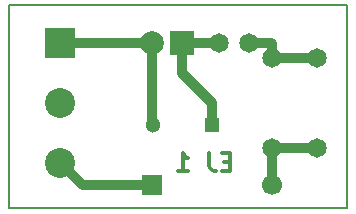
<source format=gbr>
G04 #@! TF.FileFunction,Copper,L2,Bot,Signal*
%FSLAX46Y46*%
G04 Gerber Fmt 4.6, Leading zero omitted, Abs format (unit mm)*
G04 Created by KiCad (PCBNEW 4.0.0-rc1-stable) date 30/11/2015 17:14:41*
%MOMM*%
G01*
G04 APERTURE LIST*
%ADD10C,0.100000*%
%ADD11C,0.300000*%
%ADD12C,0.150000*%
%ADD13R,1.300000X1.300000*%
%ADD14C,1.300000*%
%ADD15R,2.000000X2.000000*%
%ADD16C,2.000000*%
%ADD17C,1.699260*%
%ADD18R,1.699260X1.699260*%
%ADD19R,2.540000X2.540000*%
%ADD20C,2.540000*%
%ADD21C,1.651000*%
%ADD22C,0.812800*%
%ADD23C,0.250000*%
G04 APERTURE END LIST*
D10*
D11*
X172993571Y-118002857D02*
X172493571Y-118002857D01*
X172279285Y-118788571D02*
X172993571Y-118788571D01*
X172993571Y-117288571D01*
X172279285Y-117288571D01*
X171207857Y-117288571D02*
X171207857Y-118360000D01*
X171279285Y-118574286D01*
X171422142Y-118717143D01*
X171636428Y-118788571D01*
X171779285Y-118788571D01*
X168565000Y-118788571D02*
X169422143Y-118788571D01*
X168993571Y-118788571D02*
X168993571Y-117288571D01*
X169136428Y-117502857D01*
X169279286Y-117645714D01*
X169422143Y-117717143D01*
D12*
X154305000Y-104775000D02*
X154305000Y-121920000D01*
X182880000Y-104775000D02*
X154305000Y-104775000D01*
X182880000Y-121920000D02*
X182880000Y-104775000D01*
X154305000Y-121920000D02*
X182880000Y-121920000D01*
D13*
X171450000Y-114935000D03*
D14*
X166450000Y-114935000D03*
D15*
X168910000Y-107950000D03*
D16*
X166370000Y-107950000D03*
D17*
X176530520Y-120012460D03*
D18*
X166370520Y-120012460D03*
D19*
X158605000Y-107950000D03*
D20*
X158605000Y-113030000D03*
X158605000Y-118110000D03*
D21*
X176530000Y-109220000D03*
X176530000Y-116840000D03*
X180340000Y-109220000D03*
X180340000Y-116840000D03*
X174625000Y-107950000D03*
X172085000Y-107950000D03*
D22*
X176530000Y-109220000D02*
X180340000Y-109220000D01*
X176530000Y-108052567D02*
X176427433Y-107950000D01*
X176427433Y-107950000D02*
X174625000Y-107950000D01*
X176530000Y-109220000D02*
X176530000Y-108052567D01*
X168910000Y-107950000D02*
X172085000Y-107950000D01*
X171450000Y-114935000D02*
X171450000Y-113030000D01*
X171450000Y-113030000D02*
X168910000Y-110490000D01*
X168910000Y-110490000D02*
X168910000Y-107950000D01*
X166370000Y-107950000D02*
X166370000Y-114855000D01*
X166370000Y-114855000D02*
X166450000Y-114935000D01*
X166370000Y-107950000D02*
X158605000Y-107950000D01*
X176530000Y-116840000D02*
X180340000Y-116840000D01*
X176530520Y-120012460D02*
X176530520Y-116840520D01*
X176530520Y-116840520D02*
X176530000Y-116840000D01*
D23*
X176530000Y-120011940D02*
X176530520Y-120012460D01*
D22*
X166370520Y-120012460D02*
X160507460Y-120012460D01*
X160507460Y-120012460D02*
X158605000Y-118110000D01*
M02*

</source>
